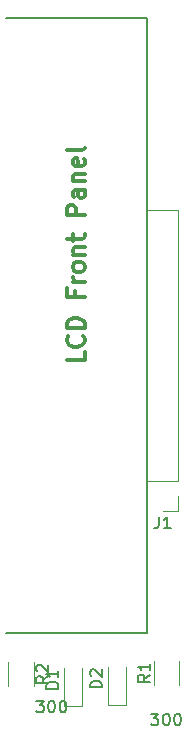
<source format=gto>
G04 #@! TF.FileFunction,Legend,Top*
%FSLAX46Y46*%
G04 Gerber Fmt 4.6, Leading zero omitted, Abs format (unit mm)*
G04 Created by KiCad (PCBNEW 4.0.7-e2-6376~58~ubuntu16.04.1) date Tue Jun 26 14:16:29 2018*
%MOMM*%
%LPD*%
G01*
G04 APERTURE LIST*
%ADD10C,0.100000*%
%ADD11C,0.300000*%
%ADD12C,0.200000*%
%ADD13C,0.120000*%
%ADD14C,0.150000*%
G04 APERTURE END LIST*
D10*
D11*
X171678571Y-76214285D02*
X171678571Y-76928571D01*
X170178571Y-76928571D01*
X171535714Y-74857142D02*
X171607143Y-74928571D01*
X171678571Y-75142857D01*
X171678571Y-75285714D01*
X171607143Y-75499999D01*
X171464286Y-75642857D01*
X171321429Y-75714285D01*
X171035714Y-75785714D01*
X170821429Y-75785714D01*
X170535714Y-75714285D01*
X170392857Y-75642857D01*
X170250000Y-75499999D01*
X170178571Y-75285714D01*
X170178571Y-75142857D01*
X170250000Y-74928571D01*
X170321429Y-74857142D01*
X171678571Y-74214285D02*
X170178571Y-74214285D01*
X170178571Y-73857142D01*
X170250000Y-73642857D01*
X170392857Y-73499999D01*
X170535714Y-73428571D01*
X170821429Y-73357142D01*
X171035714Y-73357142D01*
X171321429Y-73428571D01*
X171464286Y-73499999D01*
X171607143Y-73642857D01*
X171678571Y-73857142D01*
X171678571Y-74214285D01*
X170892857Y-71071428D02*
X170892857Y-71571428D01*
X171678571Y-71571428D02*
X170178571Y-71571428D01*
X170178571Y-70857142D01*
X171678571Y-70285714D02*
X170678571Y-70285714D01*
X170964286Y-70285714D02*
X170821429Y-70214286D01*
X170750000Y-70142857D01*
X170678571Y-70000000D01*
X170678571Y-69857143D01*
X171678571Y-69142857D02*
X171607143Y-69285715D01*
X171535714Y-69357143D01*
X171392857Y-69428572D01*
X170964286Y-69428572D01*
X170821429Y-69357143D01*
X170750000Y-69285715D01*
X170678571Y-69142857D01*
X170678571Y-68928572D01*
X170750000Y-68785715D01*
X170821429Y-68714286D01*
X170964286Y-68642857D01*
X171392857Y-68642857D01*
X171535714Y-68714286D01*
X171607143Y-68785715D01*
X171678571Y-68928572D01*
X171678571Y-69142857D01*
X170678571Y-68000000D02*
X171678571Y-68000000D01*
X170821429Y-68000000D02*
X170750000Y-67928572D01*
X170678571Y-67785714D01*
X170678571Y-67571429D01*
X170750000Y-67428572D01*
X170892857Y-67357143D01*
X171678571Y-67357143D01*
X170678571Y-66857143D02*
X170678571Y-66285714D01*
X170178571Y-66642857D02*
X171464286Y-66642857D01*
X171607143Y-66571429D01*
X171678571Y-66428571D01*
X171678571Y-66285714D01*
X171678571Y-64642857D02*
X170178571Y-64642857D01*
X170178571Y-64071429D01*
X170250000Y-63928571D01*
X170321429Y-63857143D01*
X170464286Y-63785714D01*
X170678571Y-63785714D01*
X170821429Y-63857143D01*
X170892857Y-63928571D01*
X170964286Y-64071429D01*
X170964286Y-64642857D01*
X171678571Y-62500000D02*
X170892857Y-62500000D01*
X170750000Y-62571429D01*
X170678571Y-62714286D01*
X170678571Y-63000000D01*
X170750000Y-63142857D01*
X171607143Y-62500000D02*
X171678571Y-62642857D01*
X171678571Y-63000000D01*
X171607143Y-63142857D01*
X171464286Y-63214286D01*
X171321429Y-63214286D01*
X171178571Y-63142857D01*
X171107143Y-63000000D01*
X171107143Y-62642857D01*
X171035714Y-62500000D01*
X170678571Y-61785714D02*
X171678571Y-61785714D01*
X170821429Y-61785714D02*
X170750000Y-61714286D01*
X170678571Y-61571428D01*
X170678571Y-61357143D01*
X170750000Y-61214286D01*
X170892857Y-61142857D01*
X171678571Y-61142857D01*
X171607143Y-59857143D02*
X171678571Y-60000000D01*
X171678571Y-60285714D01*
X171607143Y-60428571D01*
X171464286Y-60500000D01*
X170892857Y-60500000D01*
X170750000Y-60428571D01*
X170678571Y-60285714D01*
X170678571Y-60000000D01*
X170750000Y-59857143D01*
X170892857Y-59785714D01*
X171035714Y-59785714D01*
X171178571Y-60500000D01*
X171678571Y-58928571D02*
X171607143Y-59071429D01*
X171464286Y-59142857D01*
X170178571Y-59142857D01*
D12*
X177000000Y-100000000D02*
X165000000Y-100000000D01*
X177000000Y-48000000D02*
X177000000Y-100000000D01*
X165000000Y-48000000D02*
X177000000Y-48000000D01*
D13*
X171450000Y-103000000D02*
X171450000Y-106200000D01*
X169950000Y-106200000D02*
X169950000Y-103000000D01*
X169950000Y-106200000D02*
X171450000Y-106200000D01*
X175150000Y-102900000D02*
X175150000Y-106100000D01*
X173650000Y-106100000D02*
X173650000Y-102900000D01*
X173650000Y-106100000D02*
X175150000Y-106100000D01*
X179670000Y-102400000D02*
X179670000Y-104400000D01*
X177530000Y-104400000D02*
X177530000Y-102400000D01*
X165230000Y-104500000D02*
X165230000Y-102500000D01*
X167370000Y-102500000D02*
X167370000Y-104500000D01*
X179630000Y-64210000D02*
X176970000Y-64210000D01*
X179630000Y-87130000D02*
X179630000Y-64210000D01*
X176970000Y-87130000D02*
X176970000Y-64210000D01*
X179630000Y-87130000D02*
X176970000Y-87130000D01*
X179630000Y-88400000D02*
X179630000Y-89730000D01*
X179630000Y-89730000D02*
X178300000Y-89730000D01*
D14*
X169452381Y-104738095D02*
X168452381Y-104738095D01*
X168452381Y-104500000D01*
X168500000Y-104357142D01*
X168595238Y-104261904D01*
X168690476Y-104214285D01*
X168880952Y-104166666D01*
X169023810Y-104166666D01*
X169214286Y-104214285D01*
X169309524Y-104261904D01*
X169404762Y-104357142D01*
X169452381Y-104500000D01*
X169452381Y-104738095D01*
X169452381Y-103214285D02*
X169452381Y-103785714D01*
X169452381Y-103500000D02*
X168452381Y-103500000D01*
X168595238Y-103595238D01*
X168690476Y-103690476D01*
X168738095Y-103785714D01*
X173152381Y-104638095D02*
X172152381Y-104638095D01*
X172152381Y-104400000D01*
X172200000Y-104257142D01*
X172295238Y-104161904D01*
X172390476Y-104114285D01*
X172580952Y-104066666D01*
X172723810Y-104066666D01*
X172914286Y-104114285D01*
X173009524Y-104161904D01*
X173104762Y-104257142D01*
X173152381Y-104400000D01*
X173152381Y-104638095D01*
X172247619Y-103685714D02*
X172200000Y-103638095D01*
X172152381Y-103542857D01*
X172152381Y-103304761D01*
X172200000Y-103209523D01*
X172247619Y-103161904D01*
X172342857Y-103114285D01*
X172438095Y-103114285D01*
X172580952Y-103161904D01*
X173152381Y-103733333D01*
X173152381Y-103114285D01*
X177202381Y-103566666D02*
X176726190Y-103900000D01*
X177202381Y-104138095D02*
X176202381Y-104138095D01*
X176202381Y-103757142D01*
X176250000Y-103661904D01*
X176297619Y-103614285D01*
X176392857Y-103566666D01*
X176535714Y-103566666D01*
X176630952Y-103614285D01*
X176678571Y-103661904D01*
X176726190Y-103757142D01*
X176726190Y-104138095D01*
X177202381Y-102614285D02*
X177202381Y-103185714D01*
X177202381Y-102900000D02*
X176202381Y-102900000D01*
X176345238Y-102995238D01*
X176440476Y-103090476D01*
X176488095Y-103185714D01*
X177314286Y-106852381D02*
X177933334Y-106852381D01*
X177600000Y-107233333D01*
X177742858Y-107233333D01*
X177838096Y-107280952D01*
X177885715Y-107328571D01*
X177933334Y-107423810D01*
X177933334Y-107661905D01*
X177885715Y-107757143D01*
X177838096Y-107804762D01*
X177742858Y-107852381D01*
X177457143Y-107852381D01*
X177361905Y-107804762D01*
X177314286Y-107757143D01*
X178552381Y-106852381D02*
X178647620Y-106852381D01*
X178742858Y-106900000D01*
X178790477Y-106947619D01*
X178838096Y-107042857D01*
X178885715Y-107233333D01*
X178885715Y-107471429D01*
X178838096Y-107661905D01*
X178790477Y-107757143D01*
X178742858Y-107804762D01*
X178647620Y-107852381D01*
X178552381Y-107852381D01*
X178457143Y-107804762D01*
X178409524Y-107757143D01*
X178361905Y-107661905D01*
X178314286Y-107471429D01*
X178314286Y-107233333D01*
X178361905Y-107042857D01*
X178409524Y-106947619D01*
X178457143Y-106900000D01*
X178552381Y-106852381D01*
X179504762Y-106852381D02*
X179600001Y-106852381D01*
X179695239Y-106900000D01*
X179742858Y-106947619D01*
X179790477Y-107042857D01*
X179838096Y-107233333D01*
X179838096Y-107471429D01*
X179790477Y-107661905D01*
X179742858Y-107757143D01*
X179695239Y-107804762D01*
X179600001Y-107852381D01*
X179504762Y-107852381D01*
X179409524Y-107804762D01*
X179361905Y-107757143D01*
X179314286Y-107661905D01*
X179266667Y-107471429D01*
X179266667Y-107233333D01*
X179314286Y-107042857D01*
X179361905Y-106947619D01*
X179409524Y-106900000D01*
X179504762Y-106852381D01*
X168602381Y-103666666D02*
X168126190Y-104000000D01*
X168602381Y-104238095D02*
X167602381Y-104238095D01*
X167602381Y-103857142D01*
X167650000Y-103761904D01*
X167697619Y-103714285D01*
X167792857Y-103666666D01*
X167935714Y-103666666D01*
X168030952Y-103714285D01*
X168078571Y-103761904D01*
X168126190Y-103857142D01*
X168126190Y-104238095D01*
X167697619Y-103285714D02*
X167650000Y-103238095D01*
X167602381Y-103142857D01*
X167602381Y-102904761D01*
X167650000Y-102809523D01*
X167697619Y-102761904D01*
X167792857Y-102714285D01*
X167888095Y-102714285D01*
X168030952Y-102761904D01*
X168602381Y-103333333D01*
X168602381Y-102714285D01*
X167614286Y-105752381D02*
X168233334Y-105752381D01*
X167900000Y-106133333D01*
X168042858Y-106133333D01*
X168138096Y-106180952D01*
X168185715Y-106228571D01*
X168233334Y-106323810D01*
X168233334Y-106561905D01*
X168185715Y-106657143D01*
X168138096Y-106704762D01*
X168042858Y-106752381D01*
X167757143Y-106752381D01*
X167661905Y-106704762D01*
X167614286Y-106657143D01*
X168852381Y-105752381D02*
X168947620Y-105752381D01*
X169042858Y-105800000D01*
X169090477Y-105847619D01*
X169138096Y-105942857D01*
X169185715Y-106133333D01*
X169185715Y-106371429D01*
X169138096Y-106561905D01*
X169090477Y-106657143D01*
X169042858Y-106704762D01*
X168947620Y-106752381D01*
X168852381Y-106752381D01*
X168757143Y-106704762D01*
X168709524Y-106657143D01*
X168661905Y-106561905D01*
X168614286Y-106371429D01*
X168614286Y-106133333D01*
X168661905Y-105942857D01*
X168709524Y-105847619D01*
X168757143Y-105800000D01*
X168852381Y-105752381D01*
X169804762Y-105752381D02*
X169900001Y-105752381D01*
X169995239Y-105800000D01*
X170042858Y-105847619D01*
X170090477Y-105942857D01*
X170138096Y-106133333D01*
X170138096Y-106371429D01*
X170090477Y-106561905D01*
X170042858Y-106657143D01*
X169995239Y-106704762D01*
X169900001Y-106752381D01*
X169804762Y-106752381D01*
X169709524Y-106704762D01*
X169661905Y-106657143D01*
X169614286Y-106561905D01*
X169566667Y-106371429D01*
X169566667Y-106133333D01*
X169614286Y-105942857D01*
X169661905Y-105847619D01*
X169709524Y-105800000D01*
X169804762Y-105752381D01*
X177966667Y-90182381D02*
X177966667Y-90896667D01*
X177919047Y-91039524D01*
X177823809Y-91134762D01*
X177680952Y-91182381D01*
X177585714Y-91182381D01*
X178966667Y-91182381D02*
X178395238Y-91182381D01*
X178680952Y-91182381D02*
X178680952Y-90182381D01*
X178585714Y-90325238D01*
X178490476Y-90420476D01*
X178395238Y-90468095D01*
M02*

</source>
